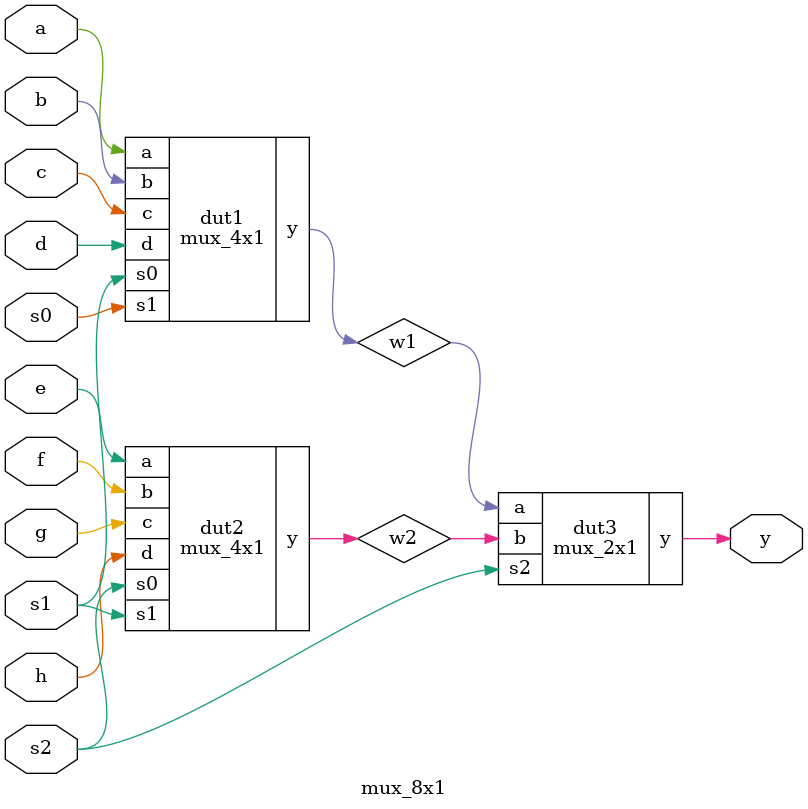
<source format=v>
module mux_4x1(input a,b,c,d,s1,s0,output reg y);
always@(*)
begin
case({s0,s1})
2'b00 :begin y=a; end
2'b01 :begin y=b; end
2'b10 :begin y=c; end
2'b11 :begin y=d; end
//default :begin y=1'bx; end
endcase
end
endmodule
module mux_2x1(input a,b,s2,output reg y);
always@(*)
begin
case(s2)
1'b0:begin y=a; end
1'b1: begin y=b; end
endcase
end
endmodule
module mux_8x1(input a,b,c,d,e,f,g,h,s0,s1,s2,output  y);
wire w1,w2;
mux_4x1 dut1(a,b,c,d,s0,s1,w1);
mux_4x1 dut2(e,f,g,h,s1,s2,w2);
mux_2x1 dut3(w1,w2,s2,y);
endmodule


</source>
